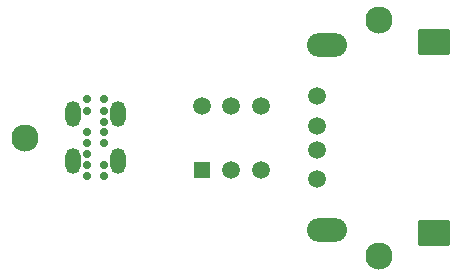
<source format=gbr>
%TF.GenerationSoftware,KiCad,Pcbnew,(6.0.7-1)-1*%
%TF.CreationDate,2022-09-13T18:31:53+08:00*%
%TF.ProjectId,0102-USB-SWITCH,30313032-2d55-4534-922d-535749544348,V1.1*%
%TF.SameCoordinates,Original*%
%TF.FileFunction,Soldermask,Bot*%
%TF.FilePolarity,Negative*%
%FSLAX46Y46*%
G04 Gerber Fmt 4.6, Leading zero omitted, Abs format (unit mm)*
G04 Created by KiCad (PCBNEW (6.0.7-1)-1) date 2022-09-13 18:31:53*
%MOMM*%
%LPD*%
G01*
G04 APERTURE LIST*
G04 Aperture macros list*
%AMRoundRect*
0 Rectangle with rounded corners*
0 $1 Rounding radius*
0 $2 $3 $4 $5 $6 $7 $8 $9 X,Y pos of 4 corners*
0 Add a 4 corners polygon primitive as box body*
4,1,4,$2,$3,$4,$5,$6,$7,$8,$9,$2,$3,0*
0 Add four circle primitives for the rounded corners*
1,1,$1+$1,$2,$3*
1,1,$1+$1,$4,$5*
1,1,$1+$1,$6,$7*
1,1,$1+$1,$8,$9*
0 Add four rect primitives between the rounded corners*
20,1,$1+$1,$2,$3,$4,$5,0*
20,1,$1+$1,$4,$5,$6,$7,0*
20,1,$1+$1,$6,$7,$8,$9,0*
20,1,$1+$1,$8,$9,$2,$3,0*%
G04 Aperture macros list end*
%ADD10RoundRect,0.050000X0.650000X-0.650000X0.650000X0.650000X-0.650000X0.650000X-0.650000X-0.650000X0*%
%ADD11C,1.500000*%
%ADD12C,2.300000*%
%ADD13C,0.700000*%
%ADD14O,1.300000X2.200000*%
%ADD15C,1.520000*%
%ADD16O,3.400000X2.000000*%
%ADD17RoundRect,0.050000X-1.300000X1.050000X-1.300000X-1.050000X1.300000X-1.050000X1.300000X1.050000X0*%
G04 APERTURE END LIST*
D10*
%TO.C,SW1*%
X17300000Y9600000D03*
D11*
X19800000Y9600000D03*
X22300000Y9600000D03*
X17300000Y15000000D03*
X19800000Y15000000D03*
X22300000Y15000000D03*
%TD*%
D12*
%TO.C,H1*%
X32300000Y22300000D03*
%TD*%
%TO.C,H2*%
X2300000Y12300000D03*
%TD*%
%TO.C,H3*%
X32300000Y2300000D03*
%TD*%
D13*
%TO.C,J1*%
X7600000Y9050000D03*
X7600000Y10000000D03*
X7600000Y10950000D03*
X7600000Y11850000D03*
X7600000Y12750000D03*
X7600000Y14600000D03*
X7600000Y15550000D03*
X9000000Y15550000D03*
X9000000Y14600000D03*
X9000000Y13650000D03*
X9000000Y12750000D03*
X9000000Y11850000D03*
X9000000Y10000000D03*
X9000000Y9050000D03*
D14*
X10230000Y10300000D03*
X10230000Y14300000D03*
X6370000Y14300000D03*
X6370000Y10300000D03*
%TD*%
D15*
%TO.C,J2*%
X27050000Y8800000D03*
X27050000Y11300000D03*
X27050000Y13300000D03*
X27050000Y15800000D03*
D16*
X27900000Y4450000D03*
D17*
X37000000Y20400000D03*
X37000000Y4200000D03*
D16*
X27900000Y20150000D03*
%TD*%
M02*

</source>
